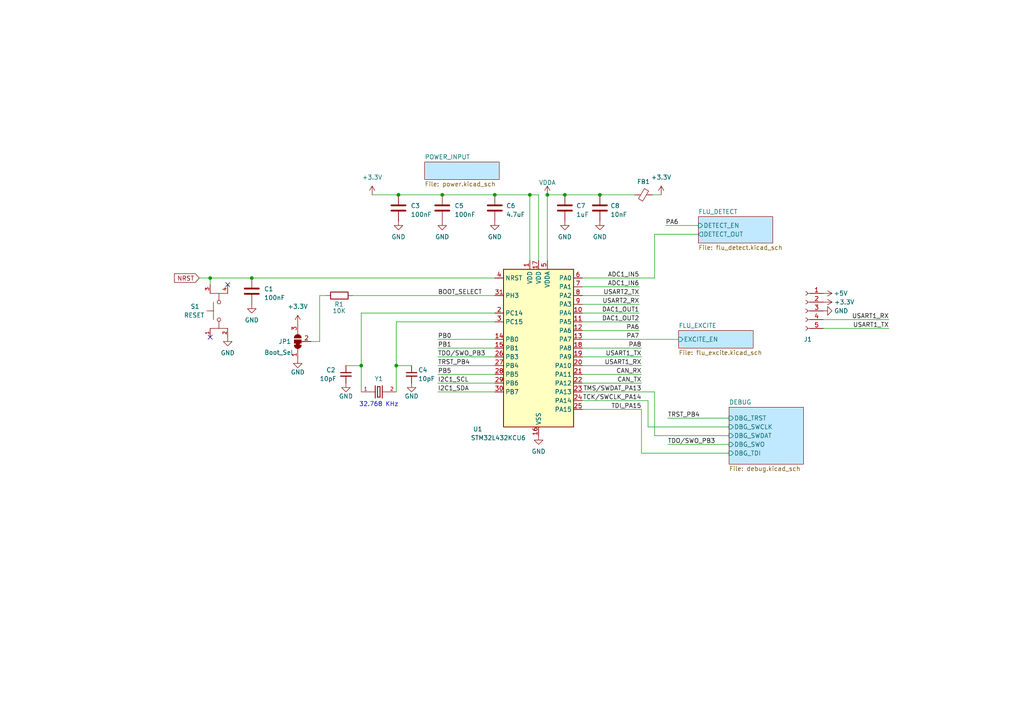
<source format=kicad_sch>
(kicad_sch (version 20230121) (generator eeschema)
  (paper "A4")
  (lib_symbols
    (symbol "Connector:Conn_01x05_Socket" (pin_names (offset 1.016) hide)
      (property "Reference" "J" (at 0 7.62 0))
      (property "Value" "Conn_01x05_Socket" (at 0 -7.62 0))
      (symbol "Conn_01x05_Socket_1_1"
        (arc (start 0 -4.572) (mid -0.5058 -5.08) (end 0 -5.588) (stroke (width 0.1524)))
        (arc (start 0 -2.032) (mid -0.5058 -2.54) (end 0 -3.048) (stroke (width 0.1524)))
        (polyline (pts (xy -1.27 -5.08) (xy -0.508 -5.08)) (stroke (width 0.1524)))
        (polyline (pts (xy -1.27 -2.54) (xy -0.508 -2.54)) (stroke (width 0.1524)))
        (polyline (pts (xy -1.27 0) (xy -0.508 0)) (stroke (width 0.1524)))
        (polyline (pts (xy -1.27 2.54) (xy -0.508 2.54)) (stroke (width 0.1524)))
        (polyline (pts (xy -1.27 5.08) (xy -0.508 5.08)) (stroke (width 0.1524)))
        (arc (start 0 0.508) (mid -0.5058 0) (end 0 -0.508) (stroke (width 0.1524)))
        (arc (start 0 3.048) (mid -0.5058 2.54) (end 0 2.032) (stroke (width 0.1524)))
        (arc (start 0 5.588) (mid -0.5058 5.08) (end 0 4.572) (stroke (width 0.1524)))
        (pin passive line (at -5.08 5.08 0) (length 3.81) (name "Pin_1") (number "1"))
        (pin passive line (at -5.08 2.54 0) (length 3.81) (name "Pin_2") (number "2"))
        (pin passive line (at -5.08 0 0) (length 3.81) (name "Pin_3") (number "3"))
        (pin passive line (at -5.08 -2.54 0) (length 3.81) (name "Pin_4") (number "4"))
        (pin passive line (at -5.08 -5.08 0) (length 3.81) (name "Pin_5") (number "5"))
      )
    )
    (symbol "Device:C" (pin_numbers hide) (pin_names (offset 0.254))
      (property "Reference" "C" (at 0.635 2.54 0))
      (property "Value" "C" (at 0.635 -2.54 0))
      (symbol "C_0_1"
        (polyline (pts (xy -2.032 -0.762) (xy 2.032 -0.762)) (stroke (width 0.508)))
        (polyline (pts (xy -2.032 0.762) (xy 2.032 0.762)) (stroke (width 0.508)))
      )
      (symbol "C_1_1"
        (pin passive line (at 0 3.81 270) (length 2.794) (name "~") (number "1"))
        (pin passive line (at 0 -3.81 90) (length 2.794) (name "~") (number "2"))
      )
    )
    (symbol "Device:C_Small" (pin_numbers hide) (pin_names (offset 0.254) hide)
      (property "Reference" "C" (at 0.254 1.778 0))
      (property "Value" "C_Small" (at 0.254 -2.032 0))
      (symbol "C_Small_0_1"
        (polyline (pts (xy -1.524 -0.508) (xy 1.524 -0.508)) (stroke (width 0.3302)))
        (polyline (pts (xy -1.524 0.508) (xy 1.524 0.508)) (stroke (width 0.3048)))
      )
      (symbol "C_Small_1_1"
        (pin passive line (at 0 2.54 270) (length 2.032) (name "~") (number "1"))
        (pin passive line (at 0 -2.54 90) (length 2.032) (name "~") (number "2"))
      )
    )
    (symbol "Device:FerriteBead_Small" (pin_numbers hide) (pin_names (offset 0))
      (property "Reference" "FB" (at 1.905 1.27 0))
      (property "Value" "FerriteBead_Small" (at 1.905 -1.27 0))
      (symbol "FerriteBead_Small_0_1"
        (polyline (pts (xy 0 -1.27) (xy 0 -0.7874)))
        (polyline (pts (xy 0 0.889) (xy 0 1.2954)))
        (polyline (pts (xy -1.8288 0.2794) (xy -1.1176 1.4986) (xy 1.8288 -0.2032) (xy 1.1176 -1.4224) (xy -1.8288 0.2794)))
      )
      (symbol "FerriteBead_Small_1_1"
        (pin passive line (at 0 2.54 270) (length 1.27) (name "~") (number "1"))
        (pin passive line (at 0 -2.54 90) (length 1.27) (name "~") (number "2"))
      )
    )
    (symbol "Device:R" (pin_numbers hide) (pin_names (offset 0))
      (property "Reference" "R" (at 2.032 0 90))
      (property "Value" "R" (at 0 0 90))
      (symbol "R_0_1"
        (rectangle (start -1.016 -2.54) (end 1.016 2.54) (stroke (width 0.254)))
      )
      (symbol "R_1_1"
        (pin passive line (at 0 3.81 270) (length 1.27) (name "~") (number "1"))
        (pin passive line (at 0 -3.81 90) (length 1.27) (name "~") (number "2"))
      )
    )
    (symbol "Jumper:SolderJumper_3_Bridged12" (pin_names (offset 0) hide)
      (property "Reference" "JP" (at -2.54 -2.54 0))
      (property "Value" "SolderJumper_3_Bridged12" (at 0 2.794 0))
      (symbol "SolderJumper_3_Bridged12_0_1"
        (rectangle (start -1.016 0.508) (end -0.508 -0.508) (fill (type outline)))
        (arc (start -1.016 1.016) (mid -2.0276 0) (end -1.016 -1.016))
        (arc (start -1.016 1.016) (mid -2.0276 0) (end -1.016 -1.016) (fill (type outline)))
        (rectangle (start -0.508 1.016) (end 0.508 -1.016) (fill (type outline)))
        (polyline (pts (xy -2.54 0) (xy -2.032 0)))
        (polyline (pts (xy -1.016 1.016) (xy -1.016 -1.016)))
        (polyline (pts (xy 0 -1.27) (xy 0 -1.016)))
        (polyline (pts (xy 1.016 1.016) (xy 1.016 -1.016)))
        (polyline (pts (xy 2.54 0) (xy 2.032 0)))
        (arc (start 1.016 -1.016) (mid 2.0276 0) (end 1.016 1.016))
        (arc (start 1.016 -1.016) (mid 2.0276 0) (end 1.016 1.016) (fill (type outline)))
      )
      (symbol "SolderJumper_3_Bridged12_1_1"
        (pin passive line (at -5.08 0 0) (length 2.54) (name "A") (number "1"))
        (pin passive line (at 0 -3.81 90) (length 2.54) (name "C") (number "2"))
        (pin passive line (at 5.08 0 180) (length 2.54) (name "B") (number "3"))
      )
    )
    (symbol "MCU_ST_STM32L4:STM32L432KCUx"
      (property "Reference" "U" (at -10.16 24.13 0))
      (property "Value" "STM32L432KCUx" (at 5.08 24.13 0))
      (symbol "STM32L432KCUx_0_1"
        (rectangle (start -10.16 -22.86) (end 10.16 22.86) (stroke (width 0.254)) (fill (type background)))
      )
      (symbol "STM32L432KCUx_1_1"
        (pin power_in line (at -2.54 25.4 270) (length 2.54) (name "VDD") (number "1"))
        (pin bidirectional line (at 12.7 10.16 180) (length 2.54) (name "PA4") (number "10"))
        (pin bidirectional line (at 12.7 7.62 180) (length 2.54) (name "PA5") (number "11"))
        (pin bidirectional line (at 12.7 5.08 180) (length 2.54) (name "PA6") (number "12"))
        (pin bidirectional line (at 12.7 2.54 180) (length 2.54) (name "PA7") (number "13"))
        (pin bidirectional line (at -12.7 2.54 0) (length 2.54) (name "PB0") (number "14"))
        (pin bidirectional line (at -12.7 0 0) (length 2.54) (name "PB1") (number "15"))
        (pin power_in line (at 0 -25.4 90) (length 2.54) (name "VSS") (number "16"))
        (pin power_in line (at 0 25.4 270) (length 2.54) (name "VDD") (number "17"))
        (pin bidirectional line (at 12.7 0 180) (length 2.54) (name "PA8") (number "18"))
        (pin bidirectional line (at 12.7 -2.54 180) (length 2.54) (name "PA9") (number "19"))
        (pin bidirectional line (at -12.7 10.16 0) (length 2.54) (name "PC14") (number "2"))
        (pin bidirectional line (at 12.7 -5.08 180) (length 2.54) (name "PA10") (number "20"))
        (pin bidirectional line (at 12.7 -7.62 180) (length 2.54) (name "PA11") (number "21"))
        (pin bidirectional line (at 12.7 -10.16 180) (length 2.54) (name "PA12") (number "22"))
        (pin bidirectional line (at 12.7 -12.7 180) (length 2.54) (name "PA13") (number "23"))
        (pin bidirectional line (at 12.7 -15.24 180) (length 2.54) (name "PA14") (number "24"))
        (pin bidirectional line (at 12.7 -17.78 180) (length 2.54) (name "PA15") (number "25"))
        (pin bidirectional line (at -12.7 -2.54 0) (length 2.54) (name "PB3") (number "26"))
        (pin bidirectional line (at -12.7 -5.08 0) (length 2.54) (name "PB4") (number "27"))
        (pin bidirectional line (at -12.7 -7.62 0) (length 2.54) (name "PB5") (number "28"))
        (pin bidirectional line (at -12.7 -10.16 0) (length 2.54) (name "PB6") (number "29"))
        (pin bidirectional line (at -12.7 7.62 0) (length 2.54) (name "PC15") (number "3"))
        (pin bidirectional line (at -12.7 -12.7 0) (length 2.54) (name "PB7") (number "30"))
        (pin bidirectional line (at -12.7 15.24 0) (length 2.54) (name "PH3") (number "31"))
        (pin passive line (at 0 -25.4 90) (length 2.54) hide (name "VSS") (number "32"))
        (pin passive line (at 0 -25.4 90) (length 2.54) hide (name "VSS") (number "33"))
        (pin input line (at -12.7 20.32 0) (length 2.54) (name "NRST") (number "4"))
        (pin power_in line (at 2.54 25.4 270) (length 2.54) (name "VDDA") (number "5"))
        (pin bidirectional line (at 12.7 20.32 180) (length 2.54) (name "PA0") (number "6"))
        (pin bidirectional line (at 12.7 17.78 180) (length 2.54) (name "PA1") (number "7"))
        (pin bidirectional line (at 12.7 15.24 180) (length 2.54) (name "PA2") (number "8"))
        (pin bidirectional line (at 12.7 12.7 180) (length 2.54) (name "PA3") (number "9"))
      )
    )
    (symbol "crystals:ECS-.327-12.5-34R-C-TR" (pin_names (offset 1.016))
      (property "Reference" "Y" (at -5.1029 2.5514 0))
      (property "Value" "ECS-.327-12.5-34R-C-TR" (at -5.0988 -4.589 0))
      (symbol "ECS-.327-12.5-34R-C-TR_0_0"
        (polyline (pts (xy -2.54 0) (xy -1.016 0)) (stroke (width 0.1524)))
        (polyline (pts (xy -1.016 1.778) (xy -1.016 -1.778)) (stroke (width 0.254)))
        (polyline (pts (xy -0.381 -1.524) (xy 0.381 -1.524)) (stroke (width 0.254)))
        (polyline (pts (xy -0.381 1.524) (xy -0.381 -1.524)) (stroke (width 0.254)))
        (polyline (pts (xy 0.381 -1.524) (xy 0.381 1.524)) (stroke (width 0.254)))
        (polyline (pts (xy 0.381 1.524) (xy -0.381 1.524)) (stroke (width 0.254)))
        (polyline (pts (xy 1.016 0) (xy 2.54 0)) (stroke (width 0.1524)))
        (polyline (pts (xy 1.016 1.778) (xy 1.016 -1.778)) (stroke (width 0.254)))
        (pin passive line (at -5.08 0 0) (length 2.54) (name "~") (number "1"))
        (pin passive line (at 5.08 0 180) (length 2.54) (name "~") (number "2"))
      )
    )
    (symbol "power:+3.3V" (power) (pin_names (offset 0))
      (property "Value" "+3.3V" (at 0 3.556 0))
      (symbol "+3.3V_0_1"
        (polyline (pts (xy -0.762 1.27) (xy 0 2.54)))
        (polyline (pts (xy 0 0) (xy 0 2.54)))
        (polyline (pts (xy 0 2.54) (xy 0.762 1.27)))
      )
      (symbol "+3.3V_1_1"
        (pin power_in line (at 0 0 90) (length 0) hide (name "+3.3V") (number "1"))
      )
    )
    (symbol "power:+5V" (power) (pin_names (offset 0))
      (property "Value" "+5V" (at 0 3.556 0))
      (symbol "+5V_0_1"
        (polyline (pts (xy -0.762 1.27) (xy 0 2.54)))
        (polyline (pts (xy 0 0) (xy 0 2.54)))
        (polyline (pts (xy 0 2.54) (xy 0.762 1.27)))
      )
      (symbol "+5V_1_1"
        (pin power_in line (at 0 0 90) (length 0) hide (name "+5V") (number "1"))
      )
    )
    (symbol "power:GND" (power) (pin_names (offset 0))
      (property "Value" "GND" (at 0 -3.81 0))
      (symbol "GND_0_1"
        (polyline (pts (xy 0 0) (xy 0 -1.27) (xy 1.27 -1.27) (xy 0 -2.54) (xy -1.27 -1.27) (xy 0 -1.27)))
      )
      (symbol "GND_1_1"
        (pin power_in line (at 0 0 270) (length 0) hide (name "GND") (number "1"))
      )
    )
    (symbol "power:VDDA" (power) (pin_names (offset 0))
      (property "Value" "VDDA" (at 0 3.81 0))
      (symbol "VDDA_0_1"
        (polyline (pts (xy -0.762 1.27) (xy 0 2.54)))
        (polyline (pts (xy 0 0) (xy 0 2.54)))
        (polyline (pts (xy 0 2.54) (xy 0.762 1.27)))
      )
      (symbol "VDDA_1_1"
        (pin power_in line (at 0 0 90) (length 0) hide (name "VDDA") (number "1"))
      )
    )
    (symbol "switch_tactile:TL3301AF160QG" (pin_names (offset 1.016))
      (property "Reference" "S" (at -5.08 5.08 0))
      (property "Value" "TL3301AF160QG" (at -5.08 -5.08 0))
      (symbol "TL3301AF160QG_0_0"
        (circle (center -2.54 0) (radius 0.508) (stroke (width 0.1524)))
        (polyline (pts (xy -5.08 0) (xy -3.048 0)) (stroke (width 0.1524)))
        (polyline (pts (xy -5.08 2.54) (xy -5.08 -2.54)) (stroke (width 0.1524)))
        (polyline (pts (xy -2.54 1.5875) (xy 0 1.5875)) (stroke (width 0.1524)))
        (polyline (pts (xy 0 1.5875) (xy 0 3.4925)) (stroke (width 0.1524)))
        (polyline (pts (xy 0 1.5875) (xy 2.54 1.5875)) (stroke (width 0.1524)))
        (polyline (pts (xy 5.08 0) (xy 3.048 0)) (stroke (width 0.1524)))
        (polyline (pts (xy 5.08 2.54) (xy 5.08 -2.54)) (stroke (width 0.1524)))
        (circle (center 2.54 0) (radius 0.508) (stroke (width 0.1524)))
        (pin passive line (at -7.62 2.54 0) (length 2.54) (name "~") (number "1"))
        (pin passive line (at -7.62 -2.54 0) (length 2.54) (name "~") (number "2"))
        (pin passive line (at 7.62 2.54 180) (length 2.54) (name "~") (number "3"))
        (pin passive line (at 7.62 -2.54 180) (length 2.54) (name "~") (number "4"))
      )
    )
  )
  (junction (at 158.75 56.515))
  (junction (at 115.57 56.515))
  (junction (at 173.99 56.515))
  (junction (at 104.775 106.045))
  (junction (at 114.935 106.045))
  (junction (at 73.025 80.645))
  (junction (at 128.27 56.515))
  (junction (at 60.96 80.645))
  (junction (at 153.67 56.515))
  (junction (at 163.83 56.515))
  (junction (at 143.51 56.515))
  (no_connect (at 60.96 97.79))
  (no_connect (at 66.04 82.55))
  (wire (pts (xy 114.935 106.045) (xy 119.38 106.045)))
  (wire (pts (xy 114.935 93.345) (xy 143.51 93.345)))
  (wire (pts (xy 73.025 80.645) (xy 143.51 80.645)))
  (wire (pts (xy 168.91 111.125) (xy 186.055 111.125)))
  (wire (pts (xy 238.76 92.71) (xy 257.81 92.71)))
  (wire (pts (xy 127 103.505) (xy 143.51 103.505)))
  (wire (pts (xy 186.055 131.445) (xy 211.455 131.445)))
  (wire (pts (xy 104.775 113.665) (xy 104.775 106.045)))
  (wire (pts (xy 186.055 118.745) (xy 186.055 131.445)))
  (wire (pts (xy 173.99 56.515) (xy 184.15 56.515)))
  (wire (pts (xy 104.775 90.805) (xy 104.775 106.045)))
  (wire (pts (xy 127 108.585) (xy 143.51 108.585)))
  (wire (pts (xy 168.91 100.965) (xy 186.055 100.965)))
  (wire (pts (xy 163.83 56.515) (xy 173.99 56.515)))
  (wire (pts (xy 127 98.425) (xy 143.51 98.425)))
  (wire (pts (xy 187.96 116.205) (xy 187.96 123.825)))
  (wire (pts (xy 114.935 113.665) (xy 114.935 106.045)))
  (wire (pts (xy 57.785 80.645) (xy 60.96 80.645)))
  (wire (pts (xy 92.71 85.725) (xy 92.71 99.06)))
  (wire (pts (xy 104.775 90.805) (xy 143.51 90.805)))
  (wire (pts (xy 168.91 83.185) (xy 185.42 83.185)))
  (wire (pts (xy 127 100.965) (xy 143.51 100.965)))
  (wire (pts (xy 158.75 56.515) (xy 163.83 56.515)))
  (wire (pts (xy 127 113.665) (xy 143.51 113.665)))
  (wire (pts (xy 168.91 93.345) (xy 185.42 93.345)))
  (wire (pts (xy 238.76 95.25) (xy 257.81 95.25)))
  (wire (pts (xy 114.935 106.045) (xy 114.935 93.345)))
  (wire (pts (xy 189.865 113.665) (xy 189.865 126.365)))
  (wire (pts (xy 168.91 90.805) (xy 185.42 90.805)))
  (wire (pts (xy 168.91 98.425) (xy 196.85 98.425)))
  (wire (pts (xy 168.91 106.045) (xy 186.055 106.045)))
  (wire (pts (xy 156.21 56.515) (xy 156.21 75.565)))
  (wire (pts (xy 60.96 80.645) (xy 60.96 82.55)))
  (wire (pts (xy 158.75 56.515) (xy 158.75 75.565)))
  (wire (pts (xy 60.96 80.645) (xy 73.025 80.645)))
  (wire (pts (xy 102.235 85.725) (xy 143.51 85.725)))
  (wire (pts (xy 168.91 116.205) (xy 187.96 116.205)))
  (wire (pts (xy 153.67 56.515) (xy 153.67 75.565)))
  (wire (pts (xy 211.455 128.905) (xy 193.675 128.905)))
  (wire (pts (xy 168.91 103.505) (xy 186.055 103.505)))
  (wire (pts (xy 128.27 56.515) (xy 143.51 56.515)))
  (wire (pts (xy 168.91 113.665) (xy 189.865 113.665)))
  (wire (pts (xy 168.91 85.725) (xy 185.42 85.725)))
  (wire (pts (xy 127 111.125) (xy 143.51 111.125)))
  (wire (pts (xy 127 106.045) (xy 143.51 106.045)))
  (wire (pts (xy 168.91 118.745) (xy 186.055 118.745)))
  (wire (pts (xy 189.23 56.515) (xy 191.77 56.515)))
  (wire (pts (xy 189.865 80.645) (xy 189.865 67.945)))
  (wire (pts (xy 156.21 56.515) (xy 153.67 56.515)))
  (wire (pts (xy 193.04 65.405) (xy 202.565 65.405)))
  (wire (pts (xy 100.33 106.045) (xy 104.775 106.045)))
  (wire (pts (xy 168.91 80.645) (xy 189.865 80.645)))
  (wire (pts (xy 168.91 108.585) (xy 186.055 108.585)))
  (wire (pts (xy 107.95 56.515) (xy 115.57 56.515)))
  (wire (pts (xy 168.91 95.885) (xy 185.42 95.885)))
  (wire (pts (xy 168.91 88.265) (xy 185.42 88.265)))
  (wire (pts (xy 189.865 67.945) (xy 202.565 67.945)))
  (wire (pts (xy 187.96 123.825) (xy 211.455 123.825)))
  (wire (pts (xy 90.17 99.06) (xy 92.71 99.06)))
  (wire (pts (xy 143.51 56.515) (xy 153.67 56.515)))
  (wire (pts (xy 92.71 85.725) (xy 94.615 85.725)))
  (wire (pts (xy 189.865 126.365) (xy 211.455 126.365)))
  (wire (pts (xy 115.57 56.515) (xy 128.27 56.515)))
  (wire (pts (xy 211.455 121.285) (xy 193.675 121.285)))
  (text "32.768 KHz" (at 115.57 118.11 0) (effects (font (size 1.27 1.27)) (justify right bottom)))
  (label "TDO{slash}SWO_PB3" (at 193.675 128.905 0))
  (label "PA7" (at 185.42 98.425 180))
  (label "TRST_PB4" (at 127 106.045 0))
  (label "DAC1_OUT1" (at 185.42 90.805 180))
  (label "USART1_TX" (at 257.81 95.25 180))
  (label "I2C1_SDA" (at 127 113.665 0))
  (label "TMS{slash}SWDAT_PA13" (at 186.055 113.665 180))
  (label "ADC1_IN6" (at 185.42 83.185 180))
  (label "TCK{slash}SWCLK_PA14" (at 186.055 116.205 180))
  (label "CAN_RX" (at 186.055 108.585 180))
  (label "CAN_TX" (at 186.055 111.125 180))
  (label "DAC1_OUT2" (at 185.42 93.345 180))
  (label "USART2_RX" (at 185.42 88.265 180))
  (label "PA6" (at 193.04 65.405 0))
  (label "TDI_PA15" (at 186.055 118.745 180))
  (label "PA6" (at 185.42 95.885 180))
  (label "USART1_RX" (at 257.81 92.71 180))
  (label "PB1" (at 127 100.965 0))
  (label "USART1_TX" (at 186.055 103.505 180))
  (label "TDO{slash}SWO_PB3" (at 127 103.505 0))
  (label "USART1_RX" (at 186.055 106.045 180))
  (label "ADC1_IN5" (at 185.42 80.645 180))
  (label "TRST_PB4" (at 193.675 121.285 0))
  (label "USART2_TX" (at 185.42 85.725 180))
  (label "I2C1_SCL" (at 127 111.125 0))
  (label "PB5" (at 127 108.585 0))
  (label "BOOT_SELECT" (at 127 85.725 0))
  (label "PB0" (at 127 98.425 0))
  (label "PA8" (at 186.055 100.965 180))
  (global_label "NRST" (shape input) (at 57.785 80.645 180) (property "Intersheetrefs" "${INTERSHEET_REFS}" (effects hide)))
  (symbol (lib_id "Device:C") (at 115.57 60.325 0) (unit 1)
    (property "Reference" "C3" (at 119.126 59.69 0) (effects (justify left)))
    (property "Value" "100nF" (at 119.126 62.23 0) (effects (justify left)))
    (property "Footprint" "Capacitor_SMD:C_0805_2012Metric" (effects hide))
  )
  (symbol (lib_id "Device:C") (at 143.51 60.325 0) (unit 1)
    (property "Reference" "C6" (at 146.812 59.69 0) (effects (justify left)))
    (property "Value" "4.7uF" (at 146.812 62.23 0) (effects (justify left)))
    (property "Footprint" "Capacitor_SMD:C_0805_2012Metric" (effects hide))
  )
  (symbol (lib_id "power:+3.3V") (at 86.36 93.98 0) (unit 1)
    (property "Reference" "#PWR03" (effects hide))
    (property "Value" "+3.3V" (at 86.36 88.9 0))
  )
  (symbol (lib_id "switch_tactile:TL3301AF160QG") (at 63.5 90.17 90) (unit 1)
    (property "Reference" "S1" (at 55.245 88.9 90) (effects (justify right)))
    (property "Value" "RESET" (at 53.34 91.44 90) (effects (justify right)))
    (property "Footprint" "switch_tactile:TL3301AF160QG" (effects hide))
    (property "DigiKey_Part_Number" "EG2526TR-ND" (effects hide))
    (property "MF" "E-Switch" (effects hide))
    (property "MAXIMUM_PACKAGE_HEIGHT" "5 mm" (effects hide))
    (property "Package" "None" (effects hide))
    (property "Check_prices" "https://www.snapeda.com/parts/TL3301AF160QG/E-Switch/view-part/?ref=eda" (effects hide))
    (property "STANDARD" "Manufacturer Recommendations" (effects hide))
    (property "PARTREV" "E" (effects hide))
    (property "SnapEDA_Link" "https://www.snapeda.com/parts/TL3301AF160QG/E-Switch/view-part/?ref=snap" (effects hide))
    (property "MP" "TL3301AF160QG" (effects hide))
    (property "Purchase-URL" "https://pricing.snapeda.com/search?q=TL3301AF160QG&ref=eda" (effects hide))
    (property "Description" "\nTactile Switch SPST-NO Top Actuated Surface Mount\n" (effects hide))
    (property "MANUFACTURER" "E-Switch" (effects hide))
    (property "SNAPEDA_PN" "TL3301PF160QG" (effects hide))
    (property "Part" "TL3301PF160QG" (effects hide))
  )
  (symbol (lib_id "power:GND") (at 66.04 97.79 0) (unit 1)
    (property "Reference" "#PWR01" (effects hide))
    (property "Value" "GND" (at 66.04 102.362 0))
  )
  (symbol (lib_id "power:GND") (at 143.51 64.135 0) (unit 1)
    (property "Reference" "#PWR010" (effects hide))
    (property "Value" "GND" (at 143.51 68.707 0))
  )
  (symbol (lib_id "Device:C") (at 73.025 84.455 0) (unit 1)
    (property "Reference" "C1" (at 76.581 83.82 0) (effects (justify left)))
    (property "Value" "100nF" (at 76.581 86.36 0) (effects (justify left)))
    (property "Footprint" "Capacitor_SMD:C_0805_2012Metric" (effects hide))
  )
  (symbol (lib_id "Device:R") (at 98.425 85.725 90) (unit 1)
    (property "Reference" "R1" (at 99.695 88.265 90) (effects (justify left)))
    (property "Value" "10K" (at 100.33 90.17 90) (effects (justify left)))
    (property "Footprint" "Resistor_SMD:R_0805_2012Metric" (effects hide))
  )
  (symbol (lib_id "power:GND") (at 156.21 126.365 0) (unit 1)
    (property "Reference" "#PWR011" (effects hide))
    (property "Value" "GND" (at 156.21 130.937 0))
  )
  (symbol (lib_id "Device:FerriteBead_Small") (at 186.69 56.515 90) (unit 1)
    (property "Reference" "FB1" (at 186.6519 52.705 90))
    (property "Value" "~" (at 186.6519 52.705 90))
    (property "Footprint" "Resistor_SMD:R_0805_2012Metric" (effects hide))
    (property "Part" "2508051027Y1" (effects hide))
  )
  (symbol (lib_id "Device:C") (at 128.27 60.325 0) (unit 1)
    (property "Reference" "C5" (at 131.826 59.69 0) (effects (justify left)))
    (property "Value" "100nF" (at 131.826 62.23 0) (effects (justify left)))
    (property "Footprint" "Capacitor_SMD:C_0805_2012Metric" (effects hide))
  )
  (symbol (lib_id "power:GND") (at 173.99 64.135 0) (unit 1)
    (property "Reference" "#PWR014" (effects hide))
    (property "Value" "GND" (at 173.99 68.707 0))
  )
  (symbol (lib_id "Connector:Conn_01x05_Socket") (at 233.68 90.17 0) (mirror y) (unit 1)
    (property "Reference" "J1" (at 234.315 98.425 0))
    (property "Value" "Conn_01x05_Socket" (effects hide))
    (property "Footprint" "Connector_PinSocket_2.54mm:PinSocket_1x05_P2.54mm_Vertical" (effects hide))
  )
  (symbol (lib_id "power:GND") (at 86.36 104.14 0) (unit 1)
    (property "Reference" "#PWR04" (effects hide))
    (property "Value" "GND" (at 86.36 107.95 0))
  )
  (symbol (lib_id "Device:C") (at 163.83 60.325 0) (unit 1)
    (property "Reference" "C7" (at 167.132 59.69 0) (effects (justify left)))
    (property "Value" "1uF" (at 167.132 62.23 0) (effects (justify left)))
    (property "Footprint" "Capacitor_SMD:C_0805_2012Metric" (effects hide))
  )
  (symbol (lib_id "power:+3.3V") (at 238.76 87.63 270) (unit 1)
    (property "Reference" "#PWR017" (effects hide))
    (property "Value" "+3.3V" (at 241.935 87.63 90) (effects (justify left)))
  )
  (symbol (lib_id "power:+3.3V") (at 191.77 56.515 0) (unit 1)
    (property "Reference" "#PWR015" (effects hide))
    (property "Value" "+3.3V" (at 191.77 51.435 0))
  )
  (symbol (lib_id "power:GND") (at 115.57 64.135 0) (unit 1)
    (property "Reference" "#PWR07" (effects hide))
    (property "Value" "GND" (at 115.57 68.707 0))
  )
  (symbol (lib_id "power:GND") (at 119.38 111.125 0) (unit 1)
    (property "Reference" "#PWR08" (effects hide))
    (property "Value" "GND" (at 119.38 114.935 0))
  )
  (symbol (lib_id "Device:C_Small") (at 100.33 108.585 0) (unit 1)
    (property "Reference" "C2" (at 94.615 107.315 0) (effects (justify left)))
    (property "Value" "10pF" (at 92.71 109.855 0) (effects (justify left)))
    (property "Footprint" "Capacitor_SMD:C_0805_2012Metric" (effects hide))
  )
  (symbol (lib_id "MCU_ST_STM32L4:STM32L432KCUx") (at 156.21 100.965 0) (unit 1)
    (property "Reference" "U1" (at 137.16 124.46 0) (effects (justify left)))
    (property "Value" "STM32L432KCU6" (at 136.525 127 0) (effects (justify left)))
    (property "Footprint" "Package_DFN_QFN:QFN-32-1EP_5x5mm_P0.5mm_EP3.45x3.45mm" (effects hide))
    (property "Datasheet" "https://www.st.com/resource/en/datasheet/stm32l432kc.pdf" (effects hide))
  )
  (symbol (lib_id "power:GND") (at 238.76 90.17 90) (unit 1)
    (property "Reference" "#PWR018" (effects hide))
    (property "Value" "GND" (at 241.935 90.17 90) (effects (justify right)))
  )
  (symbol (lib_id "power:GND") (at 163.83 64.135 0) (unit 1)
    (property "Reference" "#PWR013" (effects hide))
    (property "Value" "GND" (at 163.83 68.707 0))
  )
  (symbol (lib_id "power:+3.3V") (at 107.95 56.515 0) (unit 1)
    (property "Reference" "#PWR06" (effects hide))
    (property "Value" "+3.3V" (at 107.95 51.435 0))
  )
  (symbol (lib_id "crystals:ECS-.327-12.5-34R-C-TR") (at 109.855 113.665 0) (unit 1)
    (property "Reference" "Y1" (at 111.125 109.855 0) (effects (justify right)))
    (property "Value" "ECS-.327-12.5-34R-C-TR" (effects hide))
    (property "Footprint" "crystals:ECS-.327-12.5-34R-C-TR" (effects hide))
    (property "MF" "ECS Inc." (effects hide))
    (property "Description" "\n32.768 kHz ±10ppm Crystal 12.5pF 50 kOhms 2-SMD, No Lead\n" (effects hide))
    (property "Package" "SMD-2 ECS International" (effects hide))
    (property "Price" "None" (effects hide))
    (property "Check_prices" "https://www.snapeda.com/parts/ECS-.327-12.5-34R-C-TR/ECS+Inc./view-part/?ref=eda" (effects hide))
    (property "STANDARD" "Manufacturer Recommendation" (effects hide))
    (property "PARTREV" "2016" (effects hide))
    (property "SnapEDA_Link" "https://www.snapeda.com/parts/ECS-.327-12.5-34R-C-TR/ECS+Inc./view-part/?ref=snap" (effects hide))
    (property "MP" "ECS-.327-12.5-34R-C-TR" (effects hide))
    (property "Purchase-URL" "https://pricing.snapeda.com/search?q=ECS-.327-12.5-34R-C-TR&ref=eda" (effects hide))
    (property "Availability" "In Stock" (effects hide))
    (property "MANUFACTURER" "ECS Inc." (effects hide))
  )
  (symbol (lib_id "power:GND") (at 128.27 64.135 0) (unit 1)
    (property "Reference" "#PWR09" (effects hide))
    (property "Value" "GND" (at 128.27 68.707 0))
  )
  (symbol (lib_id "Jumper:SolderJumper_3_Bridged12") (at 86.36 99.06 90) (unit 1)
    (property "Reference" "JP1" (at 84.455 99.06 90) (effects (justify left)))
    (property "Value" "Boot_Sel" (at 85.09 102.235 90) (effects (justify left)))
    (property "Footprint" "Jumper:SolderJumper-3_P1.3mm_Bridged12_Pad1.0x1.5mm_NumberLabels" (effects hide))
  )
  (symbol (lib_id "Device:C_Small") (at 119.38 108.585 0) (unit 1)
    (property "Reference" "C4" (at 121.285 107.315 0) (effects (justify left)))
    (property "Value" "10pF" (at 121.285 109.855 0) (effects (justify left)))
    (property "Footprint" "Capacitor_SMD:C_0805_2012Metric" (effects hide))
  )
  (symbol (lib_id "power:+5V") (at 238.76 85.09 270) (unit 1)
    (property "Reference" "#PWR016" (effects hide))
    (property "Value" "+5V" (at 243.84 85.09 90))
  )
  (symbol (lib_id "power:GND") (at 73.025 88.265 0) (unit 1)
    (property "Reference" "#PWR02" (effects hide))
    (property "Value" "GND" (at 73.025 92.837 0))
  )
  (symbol (lib_id "Device:C") (at 173.99 60.325 0) (unit 1)
    (property "Reference" "C8" (at 177.038 59.69 0) (effects (justify left)))
    (property "Value" "10nF" (at 177.038 62.23 0) (effects (justify left)))
    (property "Footprint" "Capacitor_SMD:C_0805_2012Metric" (effects hide))
  )
  (symbol (lib_id "power:VDDA") (at 158.75 56.515 0) (unit 1)
    (property "Reference" "#PWR012" (effects hide))
    (property "Value" "VDDA" (at 158.75 52.959 0))
  )
  (symbol (lib_id "power:GND") (at 100.33 111.125 0) (unit 1)
    (property "Reference" "#PWR05" (effects hide))
    (property "Value" "GND" (at 100.33 114.935 0))
  )
  (sheet (at 211.455 118.11) (size 21.59 16.51) (stroke (width 0.1524)) (fill (color 192 232 255 1.0000))
    (property "Sheetname" "DEBUG" (at 211.455 117.3984 0) (effects (justify left bottom)))
    (property "Sheetfile" "debug.kicad_sch" (at 211.455 135.2046 0) (effects (justify left top)))
    (pin "DBG_TDI" input (at 211.455 131.445 180))
    (pin "DBG_SWDAT" input (at 211.455 126.365 180))
    (pin "DBG_SWCLK" input (at 211.455 123.825 180))
    (pin "DBG_SWO" input (at 211.455 128.905 180))
    (pin "DBG_TRST" input (at 211.455 121.285 180))
  )
  (sheet (at 196.85 95.885) (size 21.59 5.08) (stroke (width 0.1524)) (fill (color 192 232 255 1.0000))
    (property "Sheetname" "FLU_EXCITE" (at 196.85 95.1734 0) (effects (justify left bottom)))
    (property "Sheetfile" "flu_excite.kicad_sch" (at 196.85 101.5496 0) (effects (justify left top)))
    (pin "EXCITE_EN" input (at 196.85 98.425 180))
  )
  (sheet (at 123.19 46.99) (size 21.59 5.08) (stroke (width 0.1524)) (fill (color 192 232 255 1.0000))
    (property "Sheetname" "POWER_INPUT" (at 123.19 46.2784 0) (effects (justify left bottom)))
    (property "Sheetfile" "power.kicad_sch" (at 123.19 52.6546 0) (effects (justify left top)))
  )
  (sheet (at 202.565 62.865) (size 21.59 7.62) (stroke (width 0.1524)) (fill (color 192 232 255 1.0000))
    (property "Sheetname" "FLU_DETECT" (at 202.565 62.1534 0) (effects (justify left bottom)))
    (property "Sheetfile" "flu_detect.kicad_sch" (at 202.565 71.0696 0) (effects (justify left top)))
    (pin "DETECT_EN" input (at 202.565 65.405 180))
    (pin "DETECT_OUT" output (at 202.565 67.945 180))
  )
)
</source>
